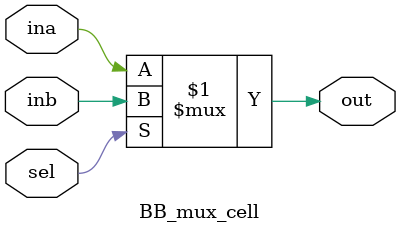
<source format=v>

module BB_mux_cell (
    //================================================================
    // PIN
    //================================================================
    input  ina,
    input  inb,
    input  sel,
    output out
);
  assign out = (sel) ? inb : ina;

endmodule

</source>
